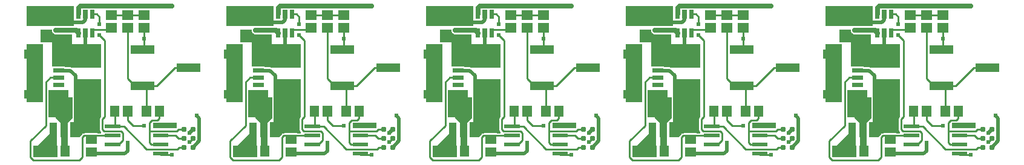
<source format=gbr>
G04 start of page 2 for group 0 idx 0 *
G04 Title: (unknown), top *
G04 Creator: pcb 20140316 *
G04 CreationDate: Thu 20 Aug 2020 03:04:10 AM GMT UTC *
G04 For: railfan *
G04 Format: Gerber/RS-274X *
G04 PCB-Dimensions (mil): 5600.00 1200.00 *
G04 PCB-Coordinate-Origin: lower left *
%MOIN*%
%FSLAX25Y25*%
%LNTOP*%
%ADD28C,0.0390*%
%ADD27C,0.0120*%
%ADD26C,0.0240*%
%ADD25R,0.0244X0.0244*%
%ADD24C,0.0310*%
%ADD23R,0.0469X0.0469*%
%ADD22R,0.0200X0.0200*%
%ADD21R,0.0512X0.0512*%
%ADD20R,0.0945X0.0945*%
%ADD19R,0.0378X0.0378*%
%ADD18R,0.0630X0.0630*%
%ADD17R,0.0472X0.0472*%
%ADD16R,0.0236X0.0236*%
%ADD15C,0.0250*%
%ADD14C,0.0350*%
%ADD13C,0.0200*%
%ADD12C,0.0100*%
%ADD11C,0.0001*%
G54D11*G36*
X163000Y76500D02*Y63500D01*
X146957D01*
X146883Y63546D01*
X146621Y63654D01*
X146345Y63720D01*
X146345Y63720D01*
X146063Y63743D01*
X145992Y63737D01*
X143337D01*
X143260Y63827D01*
X143141Y63930D01*
X143006Y64012D01*
X142861Y64072D01*
X142708Y64109D01*
X142551Y64118D01*
X136292Y64109D01*
X136139Y64072D01*
X136000Y64014D01*
Y76500D01*
X163000D01*
G37*
G36*
X122000D02*X131000D01*
Y44500D01*
X122000D01*
Y76500D01*
G37*
G36*
X139613Y36000D02*X134000D01*
Y51000D01*
X145000D01*
Y41510D01*
X144980Y41528D01*
X144845Y41610D01*
X144700Y41670D01*
X144547Y41707D01*
X144390Y41716D01*
X140453Y41707D01*
X140300Y41670D01*
X140155Y41610D01*
X140020Y41528D01*
X139901Y41425D01*
X139798Y41306D01*
X139716Y41171D01*
X139656Y41026D01*
X139619Y40873D01*
X139610Y40716D01*
X139613Y36000D01*
G37*
G36*
X163000Y57000D02*Y36338D01*
X162617Y35955D01*
X162578Y35922D01*
X162445Y35766D01*
X162338Y35592D01*
X162260Y35403D01*
X162212Y35204D01*
X162212Y35204D01*
X162196Y35000D01*
X162200Y34949D01*
Y29551D01*
X162196Y29500D01*
X162212Y29296D01*
X162212Y29296D01*
X162260Y29097D01*
X162338Y28908D01*
X162379Y28842D01*
X162445Y28734D01*
X162445Y28733D01*
X162578Y28578D01*
X162617Y28545D01*
X163000Y28162D01*
Y27300D01*
X161171D01*
X161161Y27311D01*
X161042Y27414D01*
X160907Y27496D01*
X160762Y27556D01*
X160609Y27593D01*
X160452Y27602D01*
X154391Y27593D01*
X154238Y27556D01*
X154093Y27496D01*
X153958Y27414D01*
X153839Y27311D01*
X153829Y27300D01*
X153551D01*
X153500Y27304D01*
X153296Y27288D01*
X153097Y27240D01*
X152908Y27162D01*
X152734Y27055D01*
X152733Y27055D01*
X152578Y26922D01*
X152545Y26883D01*
X151617Y25955D01*
X151578Y25922D01*
X151445Y25766D01*
X151338Y25592D01*
X151260Y25403D01*
X151212Y25204D01*
X151212Y25204D01*
X151196Y25000D01*
X146000D01*
Y33500D01*
X148000D01*
Y57000D01*
X163000D01*
G37*
G36*
X191500Y30000D02*Y33000D01*
X204500D01*
Y30338D01*
X204162Y30000D01*
X191500D01*
G37*
G36*
X139000Y14000D02*X125838D01*
X125500Y14338D01*
Y20500D01*
X139000D01*
Y14000D01*
G37*
G36*
X136594Y29063D02*X136500D01*
Y19500D01*
X128000D01*
Y20500D01*
X128031D01*
X136594Y29063D01*
G37*
G36*
X122000Y97500D02*X148000D01*
Y86500D01*
X122000D01*
Y97500D01*
G37*
G36*
X129500Y84500D02*X136012D01*
X135969Y84322D01*
X135944Y84000D01*
X135969Y83678D01*
X136044Y83365D01*
X136168Y83066D01*
X136336Y82791D01*
X136546Y82546D01*
X136791Y82336D01*
X137066Y82168D01*
X137365Y82044D01*
X137678Y81969D01*
X138000Y81950D01*
X147000D01*
Y77500D01*
X129500D01*
Y84500D01*
G37*
G36*
X147000Y78000D02*Y75000D01*
X136000D01*
Y78000D01*
X147000D01*
G37*
G36*
X29613Y36000D02*X24000D01*
Y51000D01*
X35000D01*
Y41510D01*
X34980Y41528D01*
X34845Y41610D01*
X34700Y41670D01*
X34547Y41707D01*
X34390Y41716D01*
X30453Y41707D01*
X30300Y41670D01*
X30155Y41610D01*
X30020Y41528D01*
X29901Y41425D01*
X29798Y41306D01*
X29716Y41171D01*
X29656Y41026D01*
X29619Y40873D01*
X29610Y40716D01*
X29613Y36000D01*
G37*
G36*
X53000Y57000D02*Y36338D01*
X52617Y35955D01*
X52578Y35922D01*
X52445Y35766D01*
X52338Y35592D01*
X52260Y35403D01*
X52212Y35204D01*
X52212Y35204D01*
X52196Y35000D01*
X52200Y34949D01*
Y29551D01*
X52196Y29500D01*
X52212Y29296D01*
X52212Y29296D01*
X52260Y29097D01*
X52338Y28908D01*
X52379Y28842D01*
X52445Y28734D01*
X52445Y28733D01*
X52578Y28578D01*
X52617Y28545D01*
X53000Y28162D01*
Y27300D01*
X51171D01*
X51161Y27311D01*
X51042Y27414D01*
X50907Y27496D01*
X50762Y27556D01*
X50609Y27593D01*
X50452Y27602D01*
X44391Y27593D01*
X44238Y27556D01*
X44093Y27496D01*
X43958Y27414D01*
X43839Y27311D01*
X43829Y27300D01*
X43551D01*
X43500Y27304D01*
X43296Y27288D01*
X43097Y27240D01*
X42908Y27162D01*
X42734Y27055D01*
X42733Y27055D01*
X42578Y26922D01*
X42545Y26883D01*
X41617Y25955D01*
X41578Y25922D01*
X41445Y25766D01*
X41338Y25592D01*
X41260Y25403D01*
X41212Y25204D01*
X41212Y25204D01*
X41196Y25000D01*
X36000D01*
Y33500D01*
X38000D01*
Y57000D01*
X53000D01*
G37*
G36*
X81500Y30000D02*Y33000D01*
X94500D01*
Y30338D01*
X94162Y30000D01*
X81500D01*
G37*
G36*
X29000Y14000D02*X15838D01*
X15500Y14338D01*
Y20500D01*
X29000D01*
Y14000D01*
G37*
G36*
X26594Y29063D02*X26500D01*
Y19500D01*
X18000D01*
Y20500D01*
X18031D01*
X26594Y29063D01*
G37*
G36*
X53000Y76500D02*Y63500D01*
X36957D01*
X36883Y63546D01*
X36621Y63654D01*
X36345Y63720D01*
X36345Y63720D01*
X36063Y63743D01*
X35992Y63737D01*
X33337D01*
X33260Y63827D01*
X33141Y63930D01*
X33006Y64012D01*
X32861Y64072D01*
X32708Y64109D01*
X32551Y64118D01*
X26292Y64109D01*
X26139Y64072D01*
X26000Y64014D01*
Y76500D01*
X53000D01*
G37*
G36*
X12000D02*X21000D01*
Y44500D01*
X12000D01*
Y76500D01*
G37*
G36*
Y97500D02*X38000D01*
Y86500D01*
X12000D01*
Y97500D01*
G37*
G36*
X19500Y84500D02*X26012D01*
X25969Y84322D01*
X25944Y84000D01*
X25969Y83678D01*
X26044Y83365D01*
X26168Y83066D01*
X26336Y82791D01*
X26546Y82546D01*
X26791Y82336D01*
X27066Y82168D01*
X27365Y82044D01*
X27678Y81969D01*
X28000Y81950D01*
X37000D01*
Y77500D01*
X19500D01*
Y84500D01*
G37*
G36*
X37000Y78000D02*Y75000D01*
X26000D01*
Y78000D01*
X37000D01*
G37*
G36*
X273000Y76500D02*Y63500D01*
X256957D01*
X256883Y63546D01*
X256621Y63654D01*
X256345Y63720D01*
X256345Y63720D01*
X256063Y63743D01*
X255992Y63737D01*
X253337D01*
X253260Y63827D01*
X253141Y63930D01*
X253006Y64012D01*
X252861Y64072D01*
X252708Y64109D01*
X252551Y64118D01*
X246292Y64109D01*
X246139Y64072D01*
X246000Y64014D01*
Y76500D01*
X273000D01*
G37*
G36*
X232000D02*X241000D01*
Y44500D01*
X232000D01*
Y76500D01*
G37*
G36*
X249613Y36000D02*X244000D01*
Y51000D01*
X255000D01*
Y41510D01*
X254980Y41528D01*
X254845Y41610D01*
X254700Y41670D01*
X254547Y41707D01*
X254390Y41716D01*
X250453Y41707D01*
X250300Y41670D01*
X250155Y41610D01*
X250020Y41528D01*
X249901Y41425D01*
X249798Y41306D01*
X249716Y41171D01*
X249656Y41026D01*
X249619Y40873D01*
X249610Y40716D01*
X249613Y36000D01*
G37*
G36*
X273000Y57000D02*Y36338D01*
X272617Y35955D01*
X272578Y35922D01*
X272445Y35766D01*
X272338Y35592D01*
X272260Y35403D01*
X272212Y35204D01*
X272212Y35204D01*
X272196Y35000D01*
X272200Y34949D01*
Y29551D01*
X272196Y29500D01*
X272212Y29296D01*
X272212Y29296D01*
X272260Y29097D01*
X272338Y28908D01*
X272379Y28842D01*
X272445Y28734D01*
X272445Y28733D01*
X272578Y28578D01*
X272617Y28545D01*
X273000Y28162D01*
Y27300D01*
X271171D01*
X271161Y27311D01*
X271042Y27414D01*
X270907Y27496D01*
X270762Y27556D01*
X270609Y27593D01*
X270452Y27602D01*
X264391Y27593D01*
X264238Y27556D01*
X264093Y27496D01*
X263958Y27414D01*
X263839Y27311D01*
X263829Y27300D01*
X263551D01*
X263500Y27304D01*
X263296Y27288D01*
X263097Y27240D01*
X262908Y27162D01*
X262734Y27055D01*
X262733Y27055D01*
X262578Y26922D01*
X262545Y26883D01*
X261617Y25955D01*
X261578Y25922D01*
X261445Y25766D01*
X261338Y25592D01*
X261260Y25403D01*
X261212Y25204D01*
X261212Y25204D01*
X261196Y25000D01*
X256000D01*
Y33500D01*
X258000D01*
Y57000D01*
X273000D01*
G37*
G36*
X301500Y30000D02*Y33000D01*
X314500D01*
Y30338D01*
X314162Y30000D01*
X301500D01*
G37*
G36*
X249000Y14000D02*X235838D01*
X235500Y14338D01*
Y20500D01*
X249000D01*
Y14000D01*
G37*
G36*
X246594Y29063D02*X246500D01*
Y19500D01*
X238000D01*
Y20500D01*
X238031D01*
X246594Y29063D01*
G37*
G36*
X232000Y97500D02*X258000D01*
Y86500D01*
X232000D01*
Y97500D01*
G37*
G36*
X239500Y84500D02*X246012D01*
X245969Y84322D01*
X245944Y84000D01*
X245969Y83678D01*
X246044Y83365D01*
X246168Y83066D01*
X246336Y82791D01*
X246546Y82546D01*
X246791Y82336D01*
X247066Y82168D01*
X247365Y82044D01*
X247678Y81969D01*
X248000Y81950D01*
X257000D01*
Y77500D01*
X239500D01*
Y84500D01*
G37*
G36*
X257000Y78000D02*Y75000D01*
X246000D01*
Y78000D01*
X257000D01*
G37*
G36*
X383000Y76500D02*Y63500D01*
X366957D01*
X366883Y63546D01*
X366621Y63654D01*
X366345Y63720D01*
X366345Y63720D01*
X366063Y63743D01*
X365992Y63737D01*
X363337D01*
X363260Y63827D01*
X363141Y63930D01*
X363006Y64012D01*
X362861Y64072D01*
X362708Y64109D01*
X362551Y64118D01*
X356292Y64109D01*
X356139Y64072D01*
X356000Y64014D01*
Y76500D01*
X383000D01*
G37*
G36*
X342000D02*X351000D01*
Y44500D01*
X342000D01*
Y76500D01*
G37*
G36*
X359613Y36000D02*X354000D01*
Y51000D01*
X365000D01*
Y41510D01*
X364980Y41528D01*
X364845Y41610D01*
X364700Y41670D01*
X364547Y41707D01*
X364390Y41716D01*
X360453Y41707D01*
X360300Y41670D01*
X360155Y41610D01*
X360020Y41528D01*
X359901Y41425D01*
X359798Y41306D01*
X359716Y41171D01*
X359656Y41026D01*
X359619Y40873D01*
X359610Y40716D01*
X359613Y36000D01*
G37*
G36*
X383000Y57000D02*Y36338D01*
X382617Y35955D01*
X382578Y35922D01*
X382445Y35766D01*
X382338Y35592D01*
X382260Y35403D01*
X382212Y35204D01*
X382212Y35204D01*
X382196Y35000D01*
X382200Y34949D01*
Y29551D01*
X382196Y29500D01*
X382212Y29296D01*
X382212Y29296D01*
X382260Y29097D01*
X382338Y28908D01*
X382379Y28842D01*
X382445Y28734D01*
X382445Y28733D01*
X382578Y28578D01*
X382617Y28545D01*
X383000Y28162D01*
Y27300D01*
X381171D01*
X381161Y27311D01*
X381042Y27414D01*
X380907Y27496D01*
X380762Y27556D01*
X380609Y27593D01*
X380452Y27602D01*
X374391Y27593D01*
X374238Y27556D01*
X374093Y27496D01*
X373958Y27414D01*
X373839Y27311D01*
X373829Y27300D01*
X373551D01*
X373500Y27304D01*
X373296Y27288D01*
X373097Y27240D01*
X372908Y27162D01*
X372734Y27055D01*
X372733Y27055D01*
X372578Y26922D01*
X372545Y26883D01*
X371617Y25955D01*
X371578Y25922D01*
X371445Y25766D01*
X371338Y25592D01*
X371260Y25403D01*
X371212Y25204D01*
X371212Y25204D01*
X371196Y25000D01*
X366000D01*
Y33500D01*
X368000D01*
Y57000D01*
X383000D01*
G37*
G36*
X411500Y30000D02*Y33000D01*
X424500D01*
Y30338D01*
X424162Y30000D01*
X411500D01*
G37*
G36*
X359000Y14000D02*X345838D01*
X345500Y14338D01*
Y20500D01*
X359000D01*
Y14000D01*
G37*
G36*
X356594Y29063D02*X356500D01*
Y19500D01*
X348000D01*
Y20500D01*
X348031D01*
X356594Y29063D01*
G37*
G36*
X342000Y97500D02*X368000D01*
Y86500D01*
X342000D01*
Y97500D01*
G37*
G36*
X349500Y84500D02*X356012D01*
X355969Y84322D01*
X355944Y84000D01*
X355969Y83678D01*
X356044Y83365D01*
X356168Y83066D01*
X356336Y82791D01*
X356546Y82546D01*
X356791Y82336D01*
X357066Y82168D01*
X357365Y82044D01*
X357678Y81969D01*
X358000Y81950D01*
X367000D01*
Y77500D01*
X349500D01*
Y84500D01*
G37*
G36*
X367000Y78000D02*Y75000D01*
X356000D01*
Y78000D01*
X367000D01*
G37*
G36*
X493000Y76500D02*Y63500D01*
X476957D01*
X476883Y63546D01*
X476621Y63654D01*
X476345Y63720D01*
X476345Y63720D01*
X476063Y63743D01*
X475992Y63737D01*
X473337D01*
X473260Y63827D01*
X473141Y63930D01*
X473006Y64012D01*
X472861Y64072D01*
X472708Y64109D01*
X472551Y64118D01*
X466292Y64109D01*
X466139Y64072D01*
X466000Y64014D01*
Y76500D01*
X493000D01*
G37*
G36*
X452000D02*X461000D01*
Y44500D01*
X452000D01*
Y76500D01*
G37*
G36*
X469613Y36000D02*X464000D01*
Y51000D01*
X475000D01*
Y41510D01*
X474980Y41528D01*
X474845Y41610D01*
X474700Y41670D01*
X474547Y41707D01*
X474390Y41716D01*
X470453Y41707D01*
X470300Y41670D01*
X470155Y41610D01*
X470020Y41528D01*
X469901Y41425D01*
X469798Y41306D01*
X469716Y41171D01*
X469656Y41026D01*
X469619Y40873D01*
X469610Y40716D01*
X469613Y36000D01*
G37*
G36*
X493000Y57000D02*Y36338D01*
X492617Y35955D01*
X492578Y35922D01*
X492445Y35766D01*
X492338Y35592D01*
X492260Y35403D01*
X492212Y35204D01*
X492212Y35204D01*
X492196Y35000D01*
X492200Y34949D01*
Y29551D01*
X492196Y29500D01*
X492212Y29296D01*
X492212Y29296D01*
X492260Y29097D01*
X492338Y28908D01*
X492379Y28842D01*
X492445Y28734D01*
X492445Y28733D01*
X492578Y28578D01*
X492617Y28545D01*
X493000Y28162D01*
Y27300D01*
X491171D01*
X491161Y27311D01*
X491042Y27414D01*
X490907Y27496D01*
X490762Y27556D01*
X490609Y27593D01*
X490452Y27602D01*
X484391Y27593D01*
X484238Y27556D01*
X484093Y27496D01*
X483958Y27414D01*
X483839Y27311D01*
X483829Y27300D01*
X483551D01*
X483500Y27304D01*
X483296Y27288D01*
X483097Y27240D01*
X482908Y27162D01*
X482734Y27055D01*
X482733Y27055D01*
X482578Y26922D01*
X482545Y26883D01*
X481617Y25955D01*
X481578Y25922D01*
X481445Y25766D01*
X481338Y25592D01*
X481260Y25403D01*
X481212Y25204D01*
X481212Y25204D01*
X481196Y25000D01*
X476000D01*
Y33500D01*
X478000D01*
Y57000D01*
X493000D01*
G37*
G36*
X521500Y30000D02*Y33000D01*
X534500D01*
Y30338D01*
X534162Y30000D01*
X521500D01*
G37*
G36*
X469000Y14000D02*X455838D01*
X455500Y14338D01*
Y20500D01*
X469000D01*
Y14000D01*
G37*
G36*
X466594Y29063D02*X466500D01*
Y19500D01*
X458000D01*
Y20500D01*
X458031D01*
X466594Y29063D01*
G37*
G36*
X452000Y97500D02*X478000D01*
Y86500D01*
X452000D01*
Y97500D01*
G37*
G36*
X459500Y84500D02*X466012D01*
X465969Y84322D01*
X465944Y84000D01*
X465969Y83678D01*
X466044Y83365D01*
X466168Y83066D01*
X466336Y82791D01*
X466546Y82546D01*
X466791Y82336D01*
X467066Y82168D01*
X467365Y82044D01*
X467678Y81969D01*
X468000Y81950D01*
X477000D01*
Y77500D01*
X459500D01*
Y84500D01*
G37*
G36*
X477000Y78000D02*Y75000D01*
X466000D01*
Y78000D01*
X477000D01*
G37*
G54D12*X249500Y58000D02*X245000D01*
G54D13*X249500Y61937D02*X256063D01*
X259000Y59000D01*
Y52000D01*
G54D12*X245000Y58000D02*X242500Y55500D01*
G54D14*X252500Y32921D02*Y17500D01*
X246594Y29063D02*Y17500D01*
G54D12*X242500Y55500D02*Y31500D01*
X261000Y12500D02*X262500Y14000D01*
X235500Y12500D02*X261000D01*
X234000Y14000D02*X235500Y12500D01*
X234000Y23000D02*Y14000D01*
X242500Y31500D02*X234000Y23000D01*
X262500Y14000D02*Y25000D01*
X263500Y26000D01*
X279250D01*
X280457Y39500D02*Y31000D01*
X279250Y21000D02*X282500D01*
X285000Y23500D01*
Y27500D01*
X284000Y28500D01*
X279250Y31000D02*X285500D01*
X284000Y28500D02*X274500D01*
X273500Y29500D01*
Y35000D01*
X275000Y36500D01*
Y78500D01*
X287500Y85457D02*Y57500D01*
X291500Y53500D01*
G54D13*X286000Y16000D02*X287500Y17500D01*
G54D12*X298000Y18500D02*X315000D01*
X316000Y19500D01*
X318500D01*
X312000Y15500D02*X305750D01*
G54D13*X286000Y16000D02*X267500D01*
X287500Y17500D02*Y22000D01*
G54D12*X285500Y31000D02*X298000Y18500D01*
X299500Y22000D02*X300500Y21000D01*
X299500Y22000D02*Y33000D01*
X301000Y34500D01*
X304000D01*
X305000Y35500D01*
X305043Y39500D01*
X296500Y31500D02*X290500D01*
X287500Y34500D01*
Y39500D01*
X275000Y78500D02*X272000Y81500D01*
Y87500D02*Y91500D01*
X270500Y93000D01*
X268000D01*
G54D13*X264260D02*Y89760D01*
X263000Y88500D01*
X264260Y82646D02*Y74000D01*
X263000Y88500D02*X254500D01*
G54D15*X248000Y84000D02*X259166D01*
X260520Y82646D01*
G54D12*X277000Y84500D02*X268000D01*
X278500Y92543D02*X296500D01*
Y85457D02*Y73500D01*
G54D15*X312000Y97500D02*X261500D01*
X260520Y96520D01*
Y93000D01*
G54D12*X371000Y12500D02*X372500Y14000D01*
Y25000D01*
X373500Y26000D01*
X352500Y55500D02*Y31500D01*
X345500Y12500D02*X371000D01*
X344000Y14000D02*X345500Y12500D01*
X344000Y23000D02*Y14000D01*
X352500Y31500D02*X344000Y23000D01*
G54D13*X374260Y82646D02*Y74000D01*
G54D12*X382000Y87500D02*Y91500D01*
X380500Y93000D01*
X378000D01*
G54D13*X374260D02*Y89760D01*
X373000Y88500D01*
X364500D01*
G54D15*X358000Y84000D02*X369166D01*
X370520Y82646D01*
X371500Y97500D02*X370520Y96520D01*
Y93000D01*
G54D12*X305750Y26000D02*X314000D01*
X315500Y24500D01*
X318500D01*
X315500Y29500D02*X314500Y28500D01*
X299500D01*
X300500Y21000D02*X305750D01*
G54D13*X323500Y19500D02*X327000Y23000D01*
G54D12*X318500Y29500D02*X315500D01*
G54D13*X327000Y23000D02*Y35500D01*
X323500Y29500D02*X321500Y27500D01*
G54D12*X323500Y24500D02*X321500Y22500D01*
G54D14*X362500Y32921D02*Y17500D01*
X356594Y29063D02*Y17500D01*
G54D12*X321098Y63500D02*X313500D01*
X359500Y58000D02*X355000D01*
X352500Y55500D01*
G54D13*X359500Y61937D02*X366063D01*
X369000Y59000D01*
Y52000D01*
G54D12*X313500Y63500D02*X303500Y53500D01*
X295902D01*
X297957Y39500D02*Y53500D01*
G54D13*X327000Y35500D02*X325500Y37000D01*
G54D12*X390457Y39500D02*Y31000D01*
X383500Y35000D02*X385000Y36500D01*
X389250Y21000D02*X392500D01*
X395000Y23500D01*
Y27500D01*
X394000Y28500D01*
X384500D01*
X389250Y31000D02*X395500D01*
X384500Y28500D02*X383500Y29500D01*
X373500Y26000D02*X389250D01*
X383500Y29500D02*Y35000D01*
G54D13*X396000Y16000D02*X397500Y17500D01*
X396000Y16000D02*X377500D01*
X397500Y17500D02*Y22000D01*
G54D12*X395500Y31000D02*X408000Y18500D01*
X406500Y31500D02*X400500D01*
X397500Y34500D01*
Y39500D01*
X409500Y22000D02*Y33000D01*
X411000Y34500D01*
X414000D01*
X415000Y35500D01*
X415043Y39500D01*
X385000Y36500D02*Y78500D01*
X397500Y85457D02*Y57500D01*
X401500Y53500D01*
X385000Y78500D02*X382000Y81500D01*
X387000Y84500D02*X378000D01*
X388500Y92543D02*X406500D01*
G54D15*X422000Y97500D02*X371500D01*
G54D12*X406500Y85457D02*Y73500D01*
X423500Y63500D02*X413500Y53500D01*
X405902D01*
X407957Y39500D02*Y53500D01*
X408000Y18500D02*X425000D01*
X415750Y26000D02*X424000D01*
X425500Y24500D01*
X428500D01*
Y29500D02*X425500D01*
X424500Y28500D01*
X409500D01*
Y22000D02*X410500Y21000D01*
X415750D01*
X422000Y15500D02*X415750D01*
X425000Y18500D02*X426000Y19500D01*
X428500D01*
G54D13*X433500D02*X437000Y23000D01*
Y35500D01*
X435500Y37000D01*
X433500Y29500D02*X431500Y27500D01*
G54D12*X433500Y24500D02*X431500Y22500D01*
X431098Y63500D02*X423500D01*
G54D14*X472500Y32921D02*Y17500D01*
X466594Y29063D02*Y17500D01*
G54D12*X481000Y12500D02*X482500Y14000D01*
Y25000D01*
X483500Y26000D01*
X455500Y12500D02*X481000D01*
X454000Y14000D02*X455500Y12500D01*
X454000Y23000D02*Y14000D01*
X462500Y31500D02*X454000Y23000D01*
X469500Y58000D02*X465000D01*
X462500Y55500D01*
Y31500D01*
G54D13*X469500Y61937D02*X476063D01*
X479000Y59000D01*
Y52000D01*
G54D12*X495000Y36500D02*Y78500D01*
X502500Y21000D02*X505000Y23500D01*
Y27500D01*
X504000Y28500D01*
X500457Y39500D02*Y31000D01*
X494500Y28500D02*X493500Y29500D01*
Y35000D01*
X495000Y36500D01*
G54D13*X507500Y17500D02*Y22000D01*
G54D12*X505500Y31000D02*X518000Y18500D01*
X516500Y31500D02*X510500D01*
X507500Y34500D01*
Y39500D01*
X499250Y21000D02*X502500D01*
X504000Y28500D02*X494500D01*
X499250Y31000D02*X505500D01*
X483500Y26000D02*X499250D01*
G54D13*X506000Y16000D02*X487500D01*
G54D12*X519500Y22000D02*Y33000D01*
X521000Y34500D01*
X524000D01*
X525000Y35500D01*
X525043Y39500D01*
X517957D02*Y53500D01*
G54D13*X506000Y16000D02*X507500Y17500D01*
G54D12*X518000Y18500D02*X535000D01*
X536000Y19500D01*
X538500D01*
X532000Y15500D02*X525750D01*
Y26000D02*X534000D01*
X535500Y24500D01*
X538500D01*
Y29500D02*X535500D01*
X534500Y28500D01*
X519500D01*
Y22000D02*X520500Y21000D01*
X525750D01*
G54D13*X543500Y19500D02*X547000Y23000D01*
Y35500D01*
X545500Y37000D01*
X543500Y29500D02*X541500Y27500D01*
G54D12*X543500Y24500D02*X541500Y22500D01*
G54D13*X484260Y82646D02*Y74000D01*
Y93000D02*Y89760D01*
X483000Y88500D01*
X474500D01*
G54D15*X468000Y84000D02*X479166D01*
X480520Y82646D01*
G54D12*X495000Y78500D02*X492000Y81500D01*
Y87500D02*Y91500D01*
X490500Y93000D01*
X488000D01*
X497000Y84500D02*X488000D01*
X498500Y92543D02*X516500D01*
G54D15*X532000Y97500D02*X481500D01*
X480520Y96520D01*
Y93000D01*
G54D12*X516500Y85457D02*Y73500D01*
X541098Y63500D02*X533500D01*
X523500Y53500D01*
X515902D01*
X507500Y85457D02*Y57500D01*
X511500Y53500D01*
X59250Y21000D02*X62500D01*
X65000Y23500D01*
G54D13*X66000Y16000D02*X67500Y17500D01*
Y22000D01*
G54D12*X65000Y23500D02*Y27500D01*
X64000Y28500D01*
X59250Y31000D02*X65500D01*
X78000Y18500D01*
X79500Y22000D02*Y33000D01*
X77957Y39500D02*Y53500D01*
X79500Y33000D02*X81000Y34500D01*
X84000D01*
X85000Y35500D01*
X85043Y39500D01*
X76500Y31500D02*X70500D01*
X67500Y34500D01*
Y39500D01*
X60457D02*Y31000D01*
X55000Y36500D02*Y78500D01*
G54D13*X44260Y89760D02*X43000Y88500D01*
X34500D01*
X44260Y82646D02*Y74000D01*
G54D15*X28000Y84000D02*X39166D01*
X40520Y82646D01*
G54D13*X44260Y93000D02*Y89760D01*
G54D12*X58500Y92543D02*X76500D01*
G54D15*X92000Y97500D02*X41500D01*
X40520Y96520D01*
Y93000D01*
G54D12*X55000Y78500D02*X52000Y81500D01*
Y87500D02*Y91500D01*
X50500Y93000D01*
X48000D01*
X57000Y84500D02*X48000D01*
X76500Y85457D02*Y73500D01*
X93500Y63500D02*X83500Y53500D01*
X75902D01*
X67500Y85457D02*Y57500D01*
X71500Y53500D01*
X29500Y58000D02*X25000D01*
X22500Y55500D01*
G54D13*X29500Y61937D02*X36063D01*
X39000Y59000D01*
Y52000D01*
G54D12*X22500Y55500D02*Y31500D01*
G54D14*X32500Y32921D02*Y17500D01*
X26594Y29063D02*Y17500D01*
G54D12*X14000Y23000D02*Y14000D01*
X22500Y31500D02*X14000Y23000D01*
X64000Y28500D02*X54500D01*
X53500Y29500D01*
Y35000D01*
X55000Y36500D01*
X41000Y12500D02*X42500Y14000D01*
G54D13*X66000Y16000D02*X47500D01*
G54D12*X15500Y12500D02*X41000D01*
X14000Y14000D02*X15500Y12500D01*
X42500Y14000D02*Y25000D01*
X43500Y26000D01*
X59250D01*
X78000Y18500D02*X95000D01*
X80500Y21000D02*X85750D01*
X98500Y29500D02*X95500D01*
X94500Y28500D01*
X79500D01*
X85750Y26000D02*X94000D01*
X79500Y22000D02*X80500Y21000D01*
X92000Y15500D02*X85750D01*
X95000Y18500D02*X96000Y19500D01*
X98500D01*
G54D13*X107000Y23000D02*Y35500D01*
X105500Y37000D01*
G54D12*X94000Y26000D02*X95500Y24500D01*
X98500D01*
G54D13*X103500Y19500D02*X107000Y23000D01*
X103500Y29500D02*X101500Y27500D01*
G54D12*X103500Y24500D02*X101500Y22500D01*
X101098Y63500D02*X93500D01*
G54D14*X142500Y32921D02*Y17500D01*
X136594Y29063D02*Y17500D01*
G54D12*X132500Y55500D02*Y31500D01*
X151000Y12500D02*X152500Y14000D01*
X125500Y12500D02*X151000D01*
X124000Y14000D02*X125500Y12500D01*
X124000Y23000D02*Y14000D01*
X132500Y31500D02*X124000Y23000D01*
X152500Y14000D02*Y25000D01*
X153500Y26000D01*
X169250D01*
X187957Y39500D02*Y53500D01*
X139500Y58000D02*X135000D01*
X132500Y55500D01*
G54D13*X139500Y61937D02*X146063D01*
X149000Y59000D01*
Y52000D01*
G54D12*X170457Y39500D02*Y31000D01*
X165000Y36500D02*Y78500D01*
G54D13*X154260Y82646D02*Y74000D01*
Y93000D02*Y89760D01*
X153000Y88500D01*
X144500D01*
G54D15*X138000Y84000D02*X149166D01*
X150520Y82646D01*
G54D12*X165000Y78500D02*X162000Y81500D01*
Y87500D02*Y91500D01*
X160500Y93000D01*
X158000D01*
X167000Y84500D02*X158000D01*
X168500Y92543D02*X186500D01*
G54D15*X202000Y97500D02*X151500D01*
X150520Y96520D01*
Y93000D01*
G54D12*X186500Y85457D02*Y73500D01*
X211098Y63500D02*X203500D01*
X193500Y53500D01*
X185902D01*
X177500Y85457D02*Y57500D01*
X181500Y53500D01*
X169250Y21000D02*X172500D01*
X175000Y23500D01*
Y27500D01*
G54D13*X176000Y16000D02*X177500Y17500D01*
Y22000D01*
X176000Y16000D02*X157500D01*
G54D12*X188000Y18500D02*X205000D01*
X190500Y21000D02*X195750D01*
X202000Y15500D02*X195750D01*
X205500Y29500D02*X204500Y28500D01*
X189500D01*
X195750Y26000D02*X204000D01*
X189500Y22000D02*X190500Y21000D01*
X208500Y29500D02*X205500D01*
G54D13*X213500D02*X211500Y27500D01*
X213500Y19500D02*X217000Y23000D01*
G54D12*X213500Y24500D02*X211500Y22500D01*
G54D13*X217000Y23000D02*Y35500D01*
X215500Y37000D01*
G54D12*X205000Y18500D02*X206000Y19500D01*
X208500D01*
X204000Y26000D02*X205500Y24500D01*
X208500D01*
X174000Y28500D02*X164500D01*
X163500Y29500D01*
Y35000D01*
X165000Y36500D01*
X169250Y31000D02*X175500D01*
X189500Y22000D02*Y33000D01*
X191000Y34500D01*
X194000D01*
X195000Y35500D01*
X195043Y39500D01*
X175000Y27500D02*X174000Y28500D01*
X175500Y31000D02*X188000Y18500D01*
X186500Y31500D02*X180500D01*
X177500Y34500D01*
Y39500D01*
G54D16*X137630Y65874D02*X141370D01*
X137630Y61937D02*X141370D01*
X137630Y58000D02*X141370D01*
X137630Y54063D02*X141370D01*
G54D17*X123063Y70992D02*X125425D01*
X123063Y48945D02*X125425D01*
G54D18*X159500Y53307D02*Y47008D01*
G54D19*X136594Y31110D02*Y27016D01*
X142500Y38826D02*Y27016D01*
G54D20*Y42450D02*Y40560D01*
G54D11*G36*
X139195Y37255D02*X142035Y34415D01*
X140615Y32995D01*
X137775Y35835D01*
X139195Y37255D01*
G37*
G36*
X142965Y34415D02*X145805Y37255D01*
X147225Y35835D01*
X144385Y32995D01*
X142965Y34415D01*
G37*
G54D19*X148406Y31110D02*Y27016D01*
G54D21*X135957Y17893D02*Y17107D01*
X143043Y17893D02*Y17107D01*
X157107Y24043D02*X157893D01*
X157107Y16957D02*X157893D01*
X170457Y39893D02*Y39107D01*
G54D22*X166000Y31000D02*X172500D01*
X166000Y26000D02*X172500D01*
X166000Y21000D02*X172500D01*
X166000Y16000D02*X172500D01*
G54D21*X177543Y39893D02*Y39107D01*
G54D23*X181748Y53500D02*X190055D01*
G54D21*X187957Y39893D02*Y39107D01*
X195043Y39893D02*Y39107D01*
G54D22*X192500Y16000D02*X199000D01*
X192500Y21000D02*X199000D01*
X192500Y26000D02*X199000D01*
X192500Y31000D02*X199000D01*
G54D24*X208500Y29500D03*
G54D23*X206945Y63500D02*X215252D01*
G54D24*X213500Y29500D03*
Y24500D03*
Y19500D03*
X208500Y24500D03*
Y19500D03*
G54D21*X177107Y92543D02*X177893D01*
X186107D02*X186893D01*
X177107Y85457D02*X177893D01*
X168107D02*X168893D01*
X168107Y92543D02*X168893D01*
X186107Y85457D02*X186893D01*
G54D23*X181748Y73500D02*X190055D01*
G54D18*X159500Y72992D02*Y66693D01*
G54D25*X150520Y83827D02*Y81465D01*
X154260Y83827D02*Y81465D01*
X158000Y83827D02*Y81465D01*
Y94181D02*Y91819D01*
X154260Y94181D02*Y91819D01*
X150520Y94181D02*Y91819D01*
G54D21*X132107Y89043D02*X132893D01*
X132107Y81957D02*X132893D01*
X60457Y39893D02*Y39107D01*
G54D22*X56000Y31000D02*X62500D01*
X56000Y26000D02*X62500D01*
X56000Y21000D02*X62500D01*
X56000Y16000D02*X62500D01*
G54D21*X67543Y39893D02*Y39107D01*
G54D23*X71748Y53500D02*X80055D01*
G54D21*X77957Y39893D02*Y39107D01*
X85043Y39893D02*Y39107D01*
G54D22*X82500Y16000D02*X89000D01*
X82500Y21000D02*X89000D01*
X82500Y26000D02*X89000D01*
X82500Y31000D02*X89000D01*
G54D24*X98500Y29500D03*
G54D23*X96945Y63500D02*X105252D01*
G54D24*X103500Y29500D03*
Y24500D03*
Y19500D03*
X98500Y24500D03*
Y19500D03*
G54D16*X27630Y65874D02*X31370D01*
X27630Y61937D02*X31370D01*
X27630Y58000D02*X31370D01*
X27630Y54063D02*X31370D01*
G54D17*X13063Y70992D02*X15425D01*
X13063Y48945D02*X15425D01*
G54D18*X49500Y53307D02*Y47008D01*
G54D19*X26594Y31110D02*Y27016D01*
X32500Y38826D02*Y27016D01*
G54D20*Y42450D02*Y40560D01*
G54D11*G36*
X29195Y37255D02*X32035Y34415D01*
X30615Y32995D01*
X27775Y35835D01*
X29195Y37255D01*
G37*
G36*
X32965Y34415D02*X35805Y37255D01*
X37225Y35835D01*
X34385Y32995D01*
X32965Y34415D01*
G37*
G54D19*X38406Y31110D02*Y27016D01*
G54D21*X25957Y17893D02*Y17107D01*
X33043Y17893D02*Y17107D01*
X47107Y24043D02*X47893D01*
X47107Y16957D02*X47893D01*
X67107Y92543D02*X67893D01*
X76107D02*X76893D01*
X67107Y85457D02*X67893D01*
X58107D02*X58893D01*
X58107Y92543D02*X58893D01*
X76107Y85457D02*X76893D01*
G54D23*X71748Y73500D02*X80055D01*
G54D18*X49500Y72992D02*Y66693D01*
G54D25*X40520Y83827D02*Y81465D01*
X44260Y83827D02*Y81465D01*
X48000Y83827D02*Y81465D01*
Y94181D02*Y91819D01*
X44260Y94181D02*Y91819D01*
X40520Y94181D02*Y91819D01*
G54D21*X22107Y89043D02*X22893D01*
X22107Y81957D02*X22893D01*
G54D16*X247630Y65874D02*X251370D01*
X247630Y61937D02*X251370D01*
X247630Y58000D02*X251370D01*
X247630Y54063D02*X251370D01*
G54D17*X233063Y70992D02*X235425D01*
X233063Y48945D02*X235425D01*
G54D18*X269500Y53307D02*Y47008D01*
G54D19*X246594Y31110D02*Y27016D01*
X252500Y38826D02*Y27016D01*
G54D20*Y42450D02*Y40560D01*
G54D11*G36*
X249195Y37255D02*X252035Y34415D01*
X250615Y32995D01*
X247775Y35835D01*
X249195Y37255D01*
G37*
G36*
X252965Y34415D02*X255805Y37255D01*
X257225Y35835D01*
X254385Y32995D01*
X252965Y34415D01*
G37*
G54D19*X258406Y31110D02*Y27016D01*
G54D21*X245957Y17893D02*Y17107D01*
X253043Y17893D02*Y17107D01*
X267107Y24043D02*X267893D01*
X267107Y16957D02*X267893D01*
X280457Y39893D02*Y39107D01*
G54D22*X276000Y31000D02*X282500D01*
X276000Y26000D02*X282500D01*
X276000Y21000D02*X282500D01*
X276000Y16000D02*X282500D01*
G54D21*X287543Y39893D02*Y39107D01*
G54D23*X291748Y53500D02*X300055D01*
G54D21*X297957Y39893D02*Y39107D01*
X305043Y39893D02*Y39107D01*
G54D22*X302500Y16000D02*X309000D01*
X302500Y21000D02*X309000D01*
X302500Y26000D02*X309000D01*
X302500Y31000D02*X309000D01*
G54D24*X318500Y29500D03*
G54D23*X316945Y63500D02*X325252D01*
G54D24*X323500Y29500D03*
Y24500D03*
Y19500D03*
X318500Y24500D03*
Y19500D03*
G54D21*X287107Y92543D02*X287893D01*
X296107D02*X296893D01*
X287107Y85457D02*X287893D01*
X278107D02*X278893D01*
X278107Y92543D02*X278893D01*
X296107Y85457D02*X296893D01*
G54D23*X291748Y73500D02*X300055D01*
G54D18*X269500Y72992D02*Y66693D01*
G54D25*X260520Y83827D02*Y81465D01*
X264260Y83827D02*Y81465D01*
X268000Y83827D02*Y81465D01*
Y94181D02*Y91819D01*
X264260Y94181D02*Y91819D01*
X260520Y94181D02*Y91819D01*
G54D21*X242107Y89043D02*X242893D01*
X242107Y81957D02*X242893D01*
G54D16*X357630Y65874D02*X361370D01*
X357630Y61937D02*X361370D01*
X357630Y58000D02*X361370D01*
X357630Y54063D02*X361370D01*
G54D17*X343063Y70992D02*X345425D01*
X343063Y48945D02*X345425D01*
G54D18*X379500Y53307D02*Y47008D01*
G54D19*X356594Y31110D02*Y27016D01*
X362500Y38826D02*Y27016D01*
G54D20*Y42450D02*Y40560D01*
G54D11*G36*
X359195Y37255D02*X362035Y34415D01*
X360615Y32995D01*
X357775Y35835D01*
X359195Y37255D01*
G37*
G36*
X362965Y34415D02*X365805Y37255D01*
X367225Y35835D01*
X364385Y32995D01*
X362965Y34415D01*
G37*
G54D19*X368406Y31110D02*Y27016D01*
G54D21*X355957Y17893D02*Y17107D01*
X363043Y17893D02*Y17107D01*
X377107Y24043D02*X377893D01*
X377107Y16957D02*X377893D01*
X390457Y39893D02*Y39107D01*
G54D22*X386000Y31000D02*X392500D01*
X386000Y26000D02*X392500D01*
X386000Y21000D02*X392500D01*
X386000Y16000D02*X392500D01*
G54D21*X397543Y39893D02*Y39107D01*
G54D23*X401748Y53500D02*X410055D01*
G54D21*X407957Y39893D02*Y39107D01*
X415043Y39893D02*Y39107D01*
G54D22*X412500Y16000D02*X419000D01*
X412500Y21000D02*X419000D01*
X412500Y26000D02*X419000D01*
X412500Y31000D02*X419000D01*
G54D24*X428500Y29500D03*
G54D23*X426945Y63500D02*X435252D01*
G54D24*X433500Y29500D03*
Y24500D03*
Y19500D03*
X428500Y24500D03*
Y19500D03*
G54D21*X397107Y92543D02*X397893D01*
X406107D02*X406893D01*
X397107Y85457D02*X397893D01*
X388107D02*X388893D01*
X388107Y92543D02*X388893D01*
X406107Y85457D02*X406893D01*
G54D23*X401748Y73500D02*X410055D01*
G54D18*X379500Y72992D02*Y66693D01*
G54D25*X370520Y83827D02*Y81465D01*
X374260Y83827D02*Y81465D01*
X378000Y83827D02*Y81465D01*
Y94181D02*Y91819D01*
X374260Y94181D02*Y91819D01*
X370520Y94181D02*Y91819D01*
G54D21*X352107Y89043D02*X352893D01*
X352107Y81957D02*X352893D01*
G54D16*X467630Y65874D02*X471370D01*
X467630Y61937D02*X471370D01*
X467630Y58000D02*X471370D01*
X467630Y54063D02*X471370D01*
G54D17*X453063Y70992D02*X455425D01*
X453063Y48945D02*X455425D01*
G54D18*X489500Y53307D02*Y47008D01*
G54D19*X466594Y31110D02*Y27016D01*
X472500Y38826D02*Y27016D01*
G54D20*Y42450D02*Y40560D01*
G54D11*G36*
X469195Y37255D02*X472035Y34415D01*
X470615Y32995D01*
X467775Y35835D01*
X469195Y37255D01*
G37*
G36*
X472965Y34415D02*X475805Y37255D01*
X477225Y35835D01*
X474385Y32995D01*
X472965Y34415D01*
G37*
G54D19*X478406Y31110D02*Y27016D01*
G54D21*X465957Y17893D02*Y17107D01*
X473043Y17893D02*Y17107D01*
X487107Y24043D02*X487893D01*
X487107Y16957D02*X487893D01*
X500457Y39893D02*Y39107D01*
G54D22*X496000Y31000D02*X502500D01*
X496000Y26000D02*X502500D01*
X496000Y21000D02*X502500D01*
X496000Y16000D02*X502500D01*
G54D21*X507543Y39893D02*Y39107D01*
G54D23*X511748Y53500D02*X520055D01*
G54D21*X517957Y39893D02*Y39107D01*
X525043Y39893D02*Y39107D01*
G54D22*X522500Y16000D02*X529000D01*
X522500Y21000D02*X529000D01*
X522500Y26000D02*X529000D01*
X522500Y31000D02*X529000D01*
G54D24*X538500Y29500D03*
G54D23*X536945Y63500D02*X545252D01*
G54D24*X543500Y29500D03*
Y24500D03*
Y19500D03*
X538500Y24500D03*
Y19500D03*
G54D21*X507107Y92543D02*X507893D01*
X516107D02*X516893D01*
X507107Y85457D02*X507893D01*
X498107D02*X498893D01*
X498107Y92543D02*X498893D01*
X516107Y85457D02*X516893D01*
G54D23*X511748Y73500D02*X520055D01*
G54D18*X489500Y72992D02*Y66693D01*
G54D25*X480520Y83827D02*Y81465D01*
X484260Y83827D02*Y81465D01*
X488000Y83827D02*Y81465D01*
Y94181D02*Y91819D01*
X484260Y94181D02*Y91819D01*
X480520Y94181D02*Y91819D01*
G54D21*X462107Y89043D02*X462893D01*
X462107Y81957D02*X462893D01*
G54D26*X67500Y22000D03*
X92000Y15500D03*
X76500Y31500D03*
X105500Y37000D03*
X101500Y27500D03*
X93000Y31500D03*
X101500Y22500D03*
X131500Y18000D03*
X127500D03*
X129500Y16000D03*
X143000Y49000D03*
X139500D03*
X136000D03*
Y45500D03*
Y42000D03*
Y38500D03*
X89000Y97500D03*
X202000D03*
X199000D03*
X150000Y74000D03*
X162000Y81500D03*
Y87500D03*
X138000Y84000D03*
X141000D03*
X186500Y79500D03*
X150000Y70000D03*
Y66000D03*
X124000Y95500D03*
Y92000D03*
Y88500D03*
X127500Y95500D03*
Y92000D03*
Y88500D03*
X52000Y81500D03*
X76500Y79500D03*
X52000Y87500D03*
X92000Y97500D03*
X33000Y49000D03*
X29500D03*
X26000D03*
Y45500D03*
Y42000D03*
Y38500D03*
X21500Y18000D03*
X17500D03*
X19500Y16000D03*
X40000Y74000D03*
Y70000D03*
Y66000D03*
X28000Y84000D03*
X31000D03*
X14000Y95500D03*
Y92000D03*
Y88500D03*
X17500Y95500D03*
Y92000D03*
Y88500D03*
X177500Y22000D03*
X202000Y15500D03*
X186500Y31500D03*
X215500Y37000D03*
X211500Y27500D03*
X203000Y31500D03*
X211500Y22500D03*
X241500Y18000D03*
X237500D03*
X239500Y16000D03*
X253000Y49000D03*
X249500D03*
X246000D03*
Y45500D03*
Y42000D03*
Y38500D03*
X260000Y74000D03*
Y70000D03*
Y66000D03*
X272000Y81500D03*
Y87500D03*
X248000Y84000D03*
X251000D03*
X296500Y79500D03*
X234000Y92000D03*
Y88500D03*
X237500Y92000D03*
Y88500D03*
X234000Y95500D03*
X312000Y97500D03*
X309000D03*
X237500Y95500D03*
X287500Y22000D03*
X312000Y15500D03*
X296500Y31500D03*
X325500Y37000D03*
X321500Y27500D03*
X313000Y31500D03*
X321500Y22500D03*
X351500Y18000D03*
X347500D03*
X349500Y16000D03*
X370000Y74000D03*
X382000Y81500D03*
Y87500D03*
X370000Y70000D03*
Y66000D03*
X363000Y49000D03*
X359500D03*
X356000D03*
Y45500D03*
Y42000D03*
Y38500D03*
X358000Y84000D03*
X361000D03*
X344000Y88500D03*
X347500D03*
X344000Y95500D03*
Y92000D03*
X347500Y95500D03*
Y92000D03*
X397500Y22000D03*
X422000Y15500D03*
X406500Y31500D03*
X435500Y37000D03*
X431500Y27500D03*
X423000Y31500D03*
X431500Y22500D03*
X461500Y18000D03*
X457500D03*
X459500Y16000D03*
X473000Y49000D03*
X469500D03*
X466000D03*
Y45500D03*
Y42000D03*
Y38500D03*
X507500Y22000D03*
X532000Y15500D03*
X516500Y31500D03*
X545500Y37000D03*
X541500Y27500D03*
X533000Y31500D03*
X541500Y22500D03*
X406500Y79500D03*
X422000Y97500D03*
X419000D03*
X454000Y95500D03*
Y92000D03*
Y88500D03*
X457500Y95500D03*
Y92000D03*
Y88500D03*
X480000Y74000D03*
X468000Y84000D03*
X471000D03*
X480000Y70000D03*
Y66000D03*
X492000Y81500D03*
Y87500D03*
X532000Y97500D03*
X529000D03*
X516500Y79500D03*
G54D27*G54D24*G54D27*G54D24*G54D27*G54D24*G54D27*G54D24*G54D27*G54D24*G54D27*G54D28*M02*

</source>
